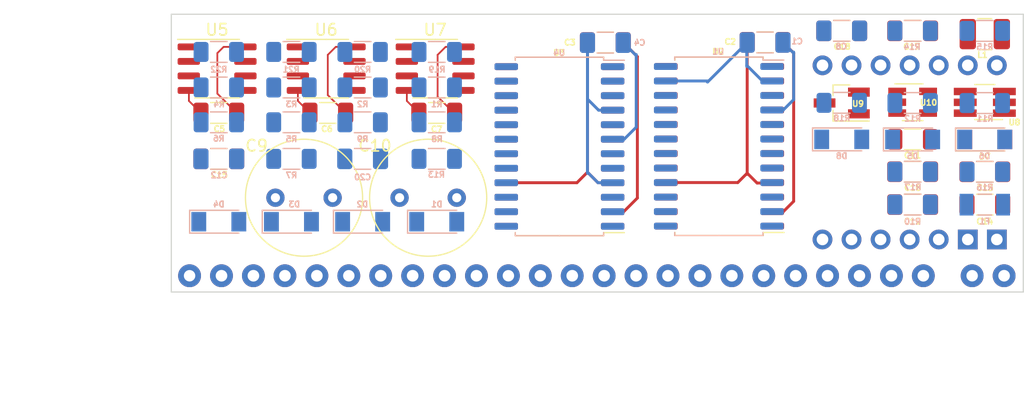
<source format=kicad_pcb>
(kicad_pcb (version 20211014) (generator pcbnew)
  (title_block (title "Natural Tone Bass Preamp") (date "2024-03-19") (rev "1.10") (company "Jeff Siddall"))
  (layers (0 "F.Cu" signal "Top") (31 "B.Cu" signal "Bottom") (34 "B.Paste" user) (35 "F.Paste" user) (36 "B.SilkS" user "B.Silkscreen") (37 "F.SilkS" user "F.Silkscreen") (38 "B.Mask" user) (39 "F.Mask" user) (44 "Edge.Cuts" user))
  (net 0 "")
  (net 1 "GND")
  (net 2 "Net-(C8-Pad1)")
  (net 3 "Net-(C8-Pad2)")
  (net 4 "Net-(C20-Pad1)")
  (net 5 "Net-(C9-Pad2)")
  (net 6 "Net-(C10-Pad1)")
  (net 7 "Net-(C10-Pad2)")
  (net 8 "Net-(C11-Pad1)")
  (net 9 "Net-(C12-Pad2)")
  (net 10 "Net-(C15-Pad1)")
  (net 11 "Net-(C16-Pad1)")
  (net 12 "Net-(C17-Pad1)")
  (net 13 "Net-(C18-Pad1)")
  (net 14 "Net-(C20-Pad2)")
  (net 15 "Net-(D5-Pad2)")
  (net 16 "+5V")
  (net 17 "Net-(F1-Pad2)")
  (net 18 "Net-(J1-Pad1)")
  (net 20 "Net-(J3-Pad1)")
  (net 21 "Net-(J4-Pad1)")
  (net 22 "Net-(J5-Pad1)")
  (net 23 "Net-(J6-Pad1)")
  (net 24 "Net-(J7-Pad1)")
  (net 25 "Net-(J8-Pad1)")
  (net 26 "Net-(J9-Pad1)")
  (net 27 "Net-(J10-Pad1)")
  (net 28 "Net-(J11-Pad1)")
  (net 29 "Net-(J12-Pad1)")
  (net 30 "Net-(J19-Pad1)")
  (net 31 "Net-(J21-Pad1)")
  (net 32 "Net-(J22-Pad1)")
  (net 33 "Net-(R2-Pad2)")
  (net 34 "Net-(R3-Pad1)")
  (net 35 "Net-(R4-Pad1)")
  (net 36 "Net-(R5-Pad2)")
  (net 37 "Net-(R16-Pad2)")
  (net 38 "Net-(R17-Pad2)")
  (net 39 "Net-(R19-Pad1)")
  (net 40 "Net-(R19-Pad2)")
  (net 41 "Net-(R20-Pad1)")
  (net 42 "Net-(R21-Pad1)")
  (net 43 "Net-(R22-Pad1)")
  (net 44 "Net-(U1-Pad1)")
  (net 45 "Net-(D7-Pad1)")
  (net 46 "Net-(U1-Pad22)")
  (net 47 "Net-(U1-Pad24)")
  (net 48 "Net-(U2-Pad22)")
  (net 49 "Net-(U4-Pad15)")
  (net 50 "Net-(U4-Pad18)")
  (net 51 "Net-(U4-Pad19)")
  (net 52 "Net-(U4-Pad22)")
  (net 53 "Net-(J13-Pad1)")
  (net 54 "Net-(C19-Pad1)")
  (net 55 "Net-(D8-Pad2)")
  (net 56 "Net-(U1-Pad3)")
  (net 57 "Net-(U11-Pad6)")
  (net 58 "Net-(U11-Pad4)")
  (footprint "Package_SO:SOIC-8_3.9x4.9mm_P1.27mm" (layer "F.Cu") (at 119.8 99.605)
    (fp_text reference "U5")
    (fp_text value "OPA2314/OPA2205/OPA1692")
  )
  (footprint "Capacitor_SMD:C_1206_3216Metric_Pad1.33x1.80mm_HandSolder" (layer "F.Cu") (at 119.95 103.478 180)
    (fp_text reference "C5")
    (fp_text value "0.1u")
  )
  (footprint "Connector_Wire:SolderWirePad_1x01_Drill0.8mm" (layer "F.Cu") (at 117.395 117.729)
    (fp_text reference "J21" hide)
    (fp_text value "OUT +")
  )
  (footprint "Capacitor_SMD:C_1206_3216Metric_Pad1.33x1.80mm_HandSolder" (layer "F.Cu") (at 139 103.478 180)
    (fp_text reference "C7")
    (fp_text value "0.1u")
  )
  (footprint "Inductor_SMD:L_1210_3225Metric_Pad1.42x2.65mm_HandSolder" (layer "F.Cu") (at 186.908 96.5835)
    (fp_text reference "L1")
    (fp_text value "4.7u")
  )
  (footprint "Capacitor_SMD:C_1206_3216Metric_Pad1.33x1.80mm_HandSolder" (layer "F.Cu") (at 129.475 103.478 180)
    (fp_text reference "C6")
    (fp_text value "0.1u")
  )
  (footprint "Capacitor_SMD:C_1206_3216Metric_Pad1.33x1.80mm_HandSolder" (layer "F.Cu") (at 186.908 108.631 180)
    (fp_text reference "C13")
    (fp_text value "47u")
  )
  (footprint "Package_TO_SOT_SMD:TSOT-23-6_HandSoldering" (layer "F.Cu") (at 186.908 102.552 180)
    (fp_text reference "U8")
    (fp_text value "AP63205WU")
  )
  (footprint "Siddall:Seeeduino_XIAO-MOUDLE14P-2.54-21X17.8MM_PINS" (layer "F.Cu") (at 172.72 99.314 -90)
    (fp_text reference "U11" hide)
    (fp_text value "SeeeduinoXIAO" hide)
  )
  (footprint "Package_TO_SOT_SMD:SOT-23_Handsoldering" (layer "F.Cu") (at 174.4 102.61 180)
    (fp_text reference "U9")
    (fp_text value "ATL431")
  )
  (footprint "Capacitor_SMD:C_1206_3216Metric_Pad1.33x1.80mm_HandSolder" (layer "F.Cu") (at 174.4 96.294)
    (fp_text reference "C18")
    (fp_text value "0.01u")
  )
  (footprint "Capacitor_SMD:C_1206_3216Metric_Pad1.33x1.80mm_HandSolder" (layer "F.Cu") (at 119.95 107.5 180)
    (fp_text reference "C15")
    (fp_text value "47u")
  )
  (footprint "Connector_Wire:SolderWirePad_1x01_Drill0.8mm" (layer "F.Cu") (at 122.975 117.729)
    (fp_text reference "J23" hide)
    (fp_text value "OUT G")
  )
  (footprint "Capacitor_SMD:C_1206_3216Metric_Pad1.33x1.80mm_HandSolder" (layer "F.Cu") (at 186.908 111.506 180)
    (fp_text reference "C14")
    (fp_text value "47u")
  )
  (footprint "Connector_Wire:SolderWirePad_1x01_Drill0.8mm" (layer "F.Cu") (at 120.185 117.729)
    (fp_text reference "J22" hide)
    (fp_text value "OUT -")
  )
  (footprint "Package_SO:SOIC-8_3.9x4.9mm_P1.27mm" (layer "F.Cu") (at 129.337 99.605)
    (fp_text reference "U6")
    (fp_text value "OPA2314/OPA2205/OPA1692")
  )
  (footprint "Package_TO_SOT_SMD:SOT-23-5_HandSoldering" (layer "F.Cu") (at 180.6 102.544)
    (fp_text reference "U10")
    (fp_text value "AP7383-44WR-7")
  )
  (footprint "Capacitor_SMD:C_1206_3216Metric_Pad1.33x1.80mm_HandSolder" (layer "F.Cu") (at 180.6 105.794 180)
    (fp_text reference "C11")
    (fp_text value "10u")
  )
  (footprint "Package_SO:SOIC-8_3.9x4.9mm_P1.27mm" (layer "F.Cu") (at 138.862 99.605)
    (fp_text reference "U7")
    (fp_text value "OPA2314/OPA2205/OPA1692")
  )
  (footprint "Connector_Wire:SolderWirePad_1x01_Drill0.8mm" (layer "F.Cu") (at 188.595 117.729)
    (fp_text reference "J25" hide)
    (fp_text value "BAT -")
  )
  (footprint "Connector_Wire:SolderWirePad_1x01_Drill0.8mm" (layer "F.Cu") (at 185.801 117.729)
    (fp_text reference "J24" hide)
    (fp_text value "BAT +")
  )
  (footprint "Package_SO:SOIC-24W_7.5x15.4mm_P1.27mm" (layer "F.Cu") (at 163.6877 106.3989 180)
    (fp_text reference "U2")
    (fp_text value "MAX395CWG+")
  )
  (footprint "Package_SO:SOIC-24W_7.5x15.4mm_P1.27mm" (layer "F.Cu") (at 149.7262 106.4128 180)
    (fp_text reference "U3")
    (fp_text value "MAX395CWG+")
  )
  (footprint "Capacitor_SMD:C_1206_3216Metric_Pad1.33x1.80mm_HandSolder" (layer "F.Cu") (at 153.7375 97.3139 180)
    (fp_text reference "C3")
    (fp_text value "0.1u")
  )
  (footprint "Capacitor_SMD:C_1206_3216Metric_Pad1.33x1.80mm_HandSolder" (layer "F.Cu") (at 180.6 96.294 180)
    (fp_text reference "C17")
    (fp_text value "0.01u")
  )
  (footprint "Connector_Wire:SolderWirePad_1x01_Drill0.8mm" (layer "F.Cu") (at 125.73 117.729)
    (fp_text reference "J28" hide)
    (fp_text value "GND")
  )
  (footprint "Connector_Wire:SolderWirePad_1x01_Drill0.8mm" (layer "F.Cu") (at 164.794 117.729)
    (fp_text reference "J14" hide)
    (fp_text value "POT B")
  )
  (footprint "Connector_Wire:SolderWirePad_1x01_Drill0.8mm" (layer "F.Cu") (at 178.744 117.729)
    (fp_text reference "J19" hide)
    (fp_text value "LED D")
  )
  (footprint "Connector_Wire:SolderWirePad_1x01_Drill0.8mm" (layer "F.Cu") (at 181.534 117.729)
    (fp_text reference "J20" hide)
    (fp_text value "LED -")
  )
  (footprint "Connector_Wire:SolderWirePad_1x01_Drill0.8mm" (layer "F.Cu") (at 142.474 117.729)
    (fp_text reference "J6" hide)
    (fp_text value "2A-")
  )
  (footprint "Connector_Wire:SolderWirePad_1x01_Drill0.8mm" (layer "F.Cu") (at 148.054 117.729)
    (fp_text reference "J8" hide)
    (fp_text value "2B-")
  )
  (footprint "Connector_Wire:SolderWirePad_1x01_Drill0.8mm" (layer "F.Cu") (at 150.844 117.729)
    (fp_text reference "J9" hide)
    (fp_text value "3A+")
  )
  (footprint "Connector_Wire:SolderWirePad_1x01_Drill0.8mm" (layer "F.Cu") (at 159.214 117.729)
    (fp_text reference "J12" hide)
    (fp_text value "3B-")
  )
  (footprint "Connector_Wire:SolderWirePad_1x01_Drill0.8mm" (layer "F.Cu") (at 145.264 117.729)
    (fp_text reference "J7" hide)
    (fp_text value "2B+")
  )
  (footprint "Connector_Wire:SolderWirePad_1x01_Drill0.8mm" (layer "F.Cu") (at 167.584 117.729)
    (fp_text reference "J15" hide)
    (fp_text value "VOL W")
  )
  (footprint "Connector_Wire:SolderWirePad_1x01_Drill0.8mm" (layer "F.Cu") (at 162.004 117.729)
    (fp_text reference "J13" hide)
    (fp_text value "POT A")
  )
  (footprint "Connector_Wire:SolderWirePad_1x01_Drill0.8mm" (layer "F.Cu") (at 134.104 117.729)
    (fp_text reference "J3" hide)
    (fp_text value "1B+")
  )
  (footprint "Connector_Wire:SolderWirePad_1x01_Drill0.8mm" (layer "F.Cu") (at 131.314 117.729)
    (fp_text reference "J2" hide)
    (fp_text value "1A-")
  )
  (footprint "Connector_Wire:SolderWirePad_1x01_Drill0.8mm" (layer "F.Cu") (at 173.164 117.729)
    (fp_text reference "J17" hide)
    (fp_text value "MOD W")
  )
  (footprint "Connector_Wire:SolderWirePad_1x01_Drill0.8mm" (layer "F.Cu") (at 170.374 117.729)
    (fp_text reference "J16" hide)
    (fp_text value "PRE W")
  )
  (footprint "Connector_Wire:SolderWirePad_1x01_Drill0.8mm" (layer "F.Cu") (at 128.524 117.729)
    (fp_text reference "J1" hide)
    (fp_text value "1A+")
  )
  (footprint "Connector_Wire:SolderWirePad_1x01_Drill0.8mm" (layer "F.Cu") (at 139.684 117.729)
    (fp_text reference "J5" hide)
    (fp_text value "2A+")
  )
  (footprint "Connector_Wire:SolderWirePad_1x01_Drill0.8mm" (layer "F.Cu") (at 175.954 117.729)
    (fp_text reference "J18" hide)
    (fp_text value "LED +")
  )
  (footprint "Connector_Wire:SolderWirePad_1x01_Drill0.8mm" (layer "F.Cu") (at 136.894 117.729)
    (fp_text reference "J4" hide)
    (fp_text value "1B-")
  )
  (footprint "Connector_Wire:SolderWirePad_1x01_Drill0.8mm" (layer "F.Cu") (at 153.634 117.729)
    (fp_text reference "J10" hide)
    (fp_text value "3A-")
  )
  (footprint "Connector_Wire:SolderWirePad_1x01_Drill0.8mm" (layer "F.Cu") (at 156.424 117.729)
    (fp_text reference "J11" hide)
    (fp_text value "3B+")
  )
  (footprint "Capacitor_THT:C_Radial_D10.0mm_H12.5mm_P5.00mm" (layer "F.Cu") (at 135.75 110.9)
    (fp_text reference "C10")
    (fp_text value "47u")
  )
  (footprint "Capacitor_THT:C_Radial_D10.0mm_H12.5mm_P5.00mm" (layer "F.Cu") (at 124.9 110.9)
    (fp_text reference "C9")
    (fp_text value "47u")
  )
  (footprint "Capacitor_SMD:C_1206_3216Metric_Pad1.33x1.80mm_HandSolder" (layer "F.Cu") (at 167.7 97.3 180)
    (fp_text reference "C2")
    (fp_text value "0.1u")
  )
  (footprint "Capacitor_SMD:C_1206_3216Metric_Pad1.33x1.80mm_HandSolder" (layer "F.Cu") (at 180.6 108.625 180)
    (fp_text reference "C16")
    (fp_text value "0.01u")
  )
  (footprint "Capacitor_SMD:C_1206_3216Metric_Pad1.33x1.80mm_HandSolder" (layer "F.Cu") (at 180.6 111.5 180)
    (fp_text reference "C19")
    (fp_text value "0.1u")
  )
  (footprint "Diode_SMD:D_MiniMELF" (layer "F.Cu") (at 186.908 105.8)
    (fp_text reference "D7")
    (fp_text value "LL4148")
  )
  (footprint "Resistor_SMD:R_1206_3216Metric_Pad1.30x1.75mm_HandSolder" (layer "B.Cu") (at 132.523 104.3)
    (fp_text reference "R9")
    (fp_text value "100")
  )
  (footprint "Resistor_SMD:R_1206_3216Metric_Pad1.30x1.75mm_HandSolder" (layer "B.Cu") (at 180.6 108.625 180)
    (fp_text reference "R17")
    (fp_text value "10k")
  )
  (footprint "Resistor_SMD:R_1206_3216Metric_Pad1.30x1.75mm_HandSolder" (layer "B.Cu") (at 139 107.5 180)
    (fp_text reference "R13")
    (fp_text value "1K")
  )
  (footprint "Resistor_SMD:R_1206_3216Metric_Pad1.30x1.75mm_HandSolder" (layer "B.Cu") (at 186.908 102.616 180)
    (fp_text reference "R11")
    (fp_text value "100k")
  )
  (footprint "Resistor_SMD:R_1206_3216Metric_Pad1.30x1.75mm_HandSolder" (layer "B.Cu") (at 139 104.3)
    (fp_text reference "R8")
    (fp_text value "100")
  )
  (footprint "Capacitor_SMD:C_1206_3216Metric_Pad1.33x1.80mm_HandSolder" (layer "B.Cu") (at 174.4 96.294)
    (fp_text reference "C8")
    (fp_text value "0.1u")
  )
  (footprint "Resistor_SMD:R_1206_3216Metric_Pad1.30x1.75mm_HandSolder" (layer "B.Cu") (at 126.3 104.3)
    (fp_text reference "R5")
    (fp_text value "47k")
  )
  (footprint "Siddall:Fuse_Bussman_1206_3216Metric_Pad1.42x1.75mm_HandSolder" (layer "B.Cu") (at 186.908 111.506)
    (fp_text reference "F1")
    (fp_text value "0.1 A")
  )
  (footprint "Capacitor_SMD:C_1206_3216Metric_Pad1.33x1.80mm_HandSolder" (layer "B.Cu") (at 119.95 107.5)
    (fp_text reference "C12")
    (fp_text value "0.1u")
  )
  (footprint "Resistor_SMD:R_1206_3216Metric_Pad1.30x1.75mm_HandSolder" (layer "B.Cu") (at 126.3 107.5 180)
    (fp_text reference "R7")
    (fp_text value "10")
  )
  (footprint "Resistor_SMD:R_1206_3216Metric_Pad1.30x1.75mm_HandSolder" (layer "B.Cu") (at 180.6 111.5)
    (fp_text reference "R10")
    (fp_text value "1K")
  )
  (footprint "Resistor_SMD:R_1206_3216Metric_Pad1.30x1.75mm_HandSolder" (layer "B.Cu") (at 186.908 96.3)
    (fp_text reference "R15")
    (fp_text value "10M")
  )
  (footprint "Resistor_SMD:R_1206_3216Metric_Pad1.30x1.75mm_HandSolder" (layer "B.Cu") (at 180.6 96.294 180)
    (fp_text reference "R14")
    (fp_text value "1M")
  )
  (footprint "Resistor_SMD:R_1206_3216Metric_Pad1.30x1.75mm_HandSolder" (layer "B.Cu") (at 119.95 104.3 180)
    (fp_text reference "R6")
    (fp_text value "47k")
  )
  (footprint "Resistor_SMD:R_1206_3216Metric_Pad1.30x1.75mm_HandSolder" (layer "B.Cu") (at 132.523 98.142)
    (fp_text reference "R20")
    (fp_text value "4k7")
  )
  (footprint "Resistor_SMD:R_1206_3216Metric_Pad1.30x1.75mm_HandSolder" (layer "B.Cu") (at 126.3 98.1405)
    (fp_text reference "R21")
    (fp_text value "4k7")
  )
  (footprint "Resistor_SMD:R_1206_3216Metric_Pad1.30x1.75mm_HandSolder" (layer "B.Cu") (at 180.6 102.61)
    (fp_text reference "R12")
    (fp_text value "100k")
  )
  (footprint "Resistor_SMD:R_1206_3216Metric_Pad1.30x1.75mm_HandSolder" (layer "B.Cu") (at 174.4 102.594 180)
    (fp_text reference "R18")
    (fp_text value "43k")
  )
  (footprint "Resistor_SMD:R_1206_3216Metric_Pad1.30x1.75mm_HandSolder" (layer "B.Cu") (at 186.908 108.631 180)
    (fp_text reference "R16")
    (fp_text value "300k")
  )
  (footprint "Resistor_SMD:R_1206_3216Metric_Pad1.30x1.75mm_HandSolder" (layer "B.Cu") (at 139 101.252)
    (fp_text reference "R1")
    (fp_text value "1M")
  )
  (footprint "Resistor_SMD:R_1206_3216Metric_Pad1.30x1.75mm_HandSolder" (layer "B.Cu") (at 119.95 98.1405)
    (fp_text reference "R22")
    (fp_text value "4k7")
  )
  (footprint "Package_SO:SOIC-24W_7.5x15.4mm_P1.27mm" (layer "B.Cu") (at 149.7262 106.4128 180)
    (fp_text reference locked "U4")
    (fp_text value "AD5206BRZ50")
  )
  (footprint "Capacitor_SMD:C_1206_3216Metric_Pad1.33x1.80mm_HandSolder" (layer "B.Cu") (at 153.7375 97.3278 180)
    (fp_text reference "C4")
    (fp_text value "0.1u")
  )
  (footprint "Diode_SMD:D_MiniMELF" (layer "B.Cu") (at 180.6 105.8)
    (fp_text reference "D5")
    (fp_text value "LL4148")
  )
  (footprint "Resistor_SMD:R_1206_3216Metric_Pad1.30x1.75mm_HandSolder" (layer "B.Cu") (at 139 98.142)
    (fp_text reference "R19")
    (fp_text value "4k7")
  )
  (footprint "Resistor_SMD:R_1206_3216Metric_Pad1.30x1.75mm_HandSolder" (layer "B.Cu") (at 119.95 101.252)
    (fp_text reference "R4")
    (fp_text value "1M")
  )
  (footprint "Resistor_SMD:R_1206_3216Metric_Pad1.30x1.75mm_HandSolder" (layer "B.Cu") (at 126.3 101.252)
    (fp_text reference "R3")
    (fp_text value "1M")
  )
  (footprint "Resistor_SMD:R_1206_3216Metric_Pad1.30x1.75mm_HandSolder" (layer "B.Cu") (at 132.523 101.252)
    (fp_text reference "R2")
    (fp_text value "1M")
  )
  (footprint "Capacitor_SMD:C_1206_3216Metric_Pad1.33x1.80mm_HandSolder" (layer "B.Cu") (at 167.7 97.3139)
    (fp_text reference "C1")
    (fp_text value "0.1u")
  )
  (footprint "Package_SO:SOIC-24W_7.5x15.4mm_P1.27mm" (layer "B.Cu") (at 163.6587 106.3989 180)
    (fp_text reference "U1")
    (fp_text value "MAX395CWG+")
  )
  (footprint "Diode_SMD:D_MiniMELF" (layer "B.Cu") (at 186.9 105.8)
    (fp_text reference "D6")
    (fp_text value "LL4148")
  )
  (footprint "Diode_SMD:D_MiniMELF" (layer "B.Cu") (at 139 113)
    (fp_text reference "D1")
    (fp_text value "LL4148")
  )
  (footprint "Diode_SMD:D_MiniMELF" (layer "B.Cu") (at 119.95 113)
    (fp_text reference "D4")
    (fp_text value "LL4148")
  )
  (footprint "Capacitor_SMD:C_1206_3216Metric_Pad1.33x1.80mm_HandSolder" (layer "B.Cu") (at 132.523 107.5)
    (fp_text reference "C20")
    (fp_text value "0.01u")
  )
  (footprint "Diode_SMD:D_MiniMELF" (layer "B.Cu") (at 132.523 113)
    (fp_text reference "D2")
    (fp_text value "LL4148")
  )
  (footprint "Diode_SMD:D_MiniMELF" (layer "B.Cu") (at 126.3 113)
    (fp_text reference "D3")
    (fp_text value "LL4148")
  )
  (footprint "Diode_SMD:D_MiniMELF" (layer "B.Cu") (at 174.4 105.794)
    (fp_text reference "D8")
    (fp_text value "LL4148")
  )
  (gr_line (start 190.2714 119.1514) (end 190.2714 94.8436) (layer "Edge.Cuts") (width 0.1))
  (gr_line (start 115.7986 119.1514) (end 190.2714 119.1514) (layer "Edge.Cuts") (width 0.1))
  (gr_line (start 115.7986 94.8436) (end 115.7986 119.1514) (layer "Edge.Cuts") (width 0.1))
  (gr_line (start 190.2714 94.8436) (end 115.7986 94.8436) (layer "Edge.Cuts") (width 0.1))
  (segment locked (start 136.387 101.51) (end 136.387 102.4275) (width 0.1524) (layer "F.Cu") (net 1))
  (segment locked (start 152.175 108.6653) (end 151.2525 109.5878) (width 0.254) (layer "F.Cu") (net 1))
  (segment locked (start 117.337 101.51) (end 117.337 102.4275) (width 0.1524) (layer "F.Cu") (net 1))
  (segment locked (start 126.862 101.51) (end 126.862 102.4275) (width 0.1524) (layer "F.Cu") (net 1))
  (segment locked (start 165.315 109.5739) (end 159.037737 109.5739) (width 0.254) (layer "F.Cu") (net 1))
  (segment locked (start 168.297737 109.6139) (end 168.337737 109.5739) (width 0.254) (layer "F.Cu") (net 1))
  (segment locked (start 136.387 102.4275) (end 137.4375 103.478) (width 0.1524) (layer "F.Cu") (net 1))
  (segment locked (start 151.2525 109.5878) (end 145.076237 109.5878) (width 0.254) (layer "F.Cu") (net 1))
  (segment locked (start 152.175 97.3139) (end 152.175 108.7653) (width 0.254) (layer "F.Cu") (net 1))
  (segment locked (start 167 109.6139) (end 168.297737 109.6139) (width 0.254) (layer "F.Cu") (net 1))
  (segment locked (start 166.1375 108.7514) (end 167 109.6139) (width 0.254) (layer "F.Cu") (net 1))
  (segment locked (start 152.175 108.6653) (end 153.0975 109.5878) (width 0.254) (layer "F.Cu") (net 1))
  (segment locked (start 166.1375 108.7514) (end 165.315 109.5739) (width 0.254) (layer "F.Cu") (net 1))
  (segment locked (start 126.862 102.4275) (end 127.9125 103.478) (width 0.1524) (layer "F.Cu") (net 1))
  (segment locked (start 153.0975 109.5878) (end 154.376237 109.5878) (width 0.254) (layer "F.Cu") (net 1))
  (segment locked (start 166.1375 97.3) (end 166.1375 108.8514) (width 0.254) (layer "F.Cu") (net 1))
  (segment locked (start 117.337 102.4275) (end 118.3875 103.478) (width 0.1524) (layer "F.Cu") (net 1))
  (segment locked (start 170.2 98.1514) (end 170.2 102.3139) (width 0.254) (layer "B.Cu") (net 1))
  (segment locked (start 170.2 102.3139) (end 169.29 103.2239) (width 0.254) (layer "B.Cu") (net 1))
  (segment locked (start 153.1475 103.2378) (end 154.376237 103.2378) (width 0.254) (layer "B.Cu") (net 1))
  (segment locked (start 169.2625 97.3139) (end 170.2 98.2514) (width 0.254) (layer "B.Cu") (net 1))
  (segment locked (start 152.175 102.2653) (end 153.1475 103.2378) (width 0.254) (layer "B.Cu") (net 1))
  (segment locked (start 152.175 97.3278) (end 152.175 102.3653) (width 0.254) (layer "B.Cu") (net 1))
  (segment locked (start 152.175 97.3278) (end 152.175 108.7653) (width 0.254) (layer "B.Cu") (net 1))
  (segment locked (start 153.0975 109.5878) (end 154.376237 109.5878) (width 0.254) (layer "B.Cu") (net 1))
  (segment locked (start 152.175 108.6653) (end 153.0975 109.5878) (width 0.254) (layer "B.Cu") (net 1))
  (segment locked (start 169.29 103.2239) (end 168.308737 103.2239) (width 0.254) (layer "B.Cu") (net 1))
  (segment locked (start 156.5375 110.9278) (end 155.3375 112.1278) (width 0.254) (layer "F.Cu") (net 16))
  (segment locked (start 170.2 98.2375) (end 170.2 111.2139) (width 0.254) (layer "F.Cu") (net 16))
  (segment locked (start 139.0762 98.398) (end 139.0762 102.0556) (width 0.1524) (layer "F.Cu") (net 16))
  (segment locked (start 131.812 97.7) (end 130.173 97.7) (width 0.1524) (layer "F.Cu") (net 16))
  (segment locked (start 139.0762 102.0556) (end 140.4986 103.478) (width 0.1524) (layer "F.Cu") (net 16))
  (segment locked (start 170.2 111.2139) (end 169.3 112.1139) (width 0.254) (layer "F.Cu") (net 16))
  (segment locked (start 141.337 97.7) (end 139.7742 97.7) (width 0.1524) (layer "F.Cu") (net 16))
  (segment locked (start 169.3 112.1139) (end 168.337737 112.1139) (width 0.254) (layer "F.Cu") (net 16))
  (segment locked (start 140.4986 103.478) (end 140.5625 103.478) (width 0.1524) (layer "F.Cu") (net 16))
  (segment locked (start 130.173 97.7) (end 129.475 98.398) (width 0.1524) (layer "F.Cu") (net 16))
  (segment locked (start 155.3375 112.1278) (end 154.376237 112.1278) (width 0.254) (layer "F.Cu") (net 16))
  (segment locked (start 122.287 97.7) (end 120.3686 97.7) (width 0.1524) (layer "F.Cu") (net 16))
  (segment locked (start 169.2625 97.3) (end 170.2 98.2375) (width 0.254) (layer "F.Cu") (net 16))
  (segment locked (start 155.3 97.3139) (end 156.5375 98.5514) (width 0.254) (layer "F.Cu") (net 16))
  (segment locked (start 129.475 98.398) (end 129.475 101.9155) (width 0.1524) (layer "F.Cu") (net 16))
  (segment locked (start 156.5375 98.5514) (end 156.5375 110.9278) (width 0.254) (layer "F.Cu") (net 16))
  (segment locked (start 139.7742 97.7) (end 139.0762 98.398) (width 0.1524) (layer "F.Cu") (net 16))
  (segment locked (start 120.3686 97.7) (end 119.823 98.2456) (width 0.1524) (layer "F.Cu") (net 16))
  (segment locked (start 129.475 101.9155) (end 131.0375 103.478) (width 0.1524) (layer "F.Cu") (net 16))
  (segment locked (start 119.823 101.7885) (end 121.5125 103.478) (width 0.1524) (layer "F.Cu") (net 16))
  (segment locked (start 119.823 98.2456) (end 119.823 101.7885) (width 0.1524) (layer "F.Cu") (net 16))
  (segment locked (start 166.1 99.3139) (end 167.47 100.6839) (width 0.254) (layer "B.Cu") (net 16))
  (segment locked (start 156.4375 98.3653) (end 156.4375 104.7278) (width 0.254) (layer "B.Cu") (net 16))
  (segment locked (start 166.1375 97.3139) (end 166.1 97.3514) (width 0.254) (layer "B.Cu") (net 16))
  (segment locked (start 166.1 97.3514) (end 166.1 99.4139) (width 0.254) (layer "B.Cu") (net 16))
  (segment locked (start 155.3875 105.7778) (end 154.376237 105.7778) (width 0.254) (layer "B.Cu") (net 16))
  (segment locked (start 162.6675 100.6839) (end 159.008737 100.6839) (width 0.254) (layer "B.Cu") (net 16))
  (segment locked (start 166.1375 97.3139) (end 162.6675 100.7839) (width 0.254) (layer "B.Cu") (net 16))
  (segment locked (start 156.4375 104.7278) (end 155.3875 105.7778) (width 0.254) (layer "B.Cu") (net 16))
  (segment locked (start 167.47 100.6839) (end 168.308737 100.6839) (width 0.254) (layer "B.Cu") (net 16))
  (segment locked (start 155.3 97.3278) (end 156.4375 98.4653) (width 0.254) (layer "B.Cu") (net 16))
)
</source>
